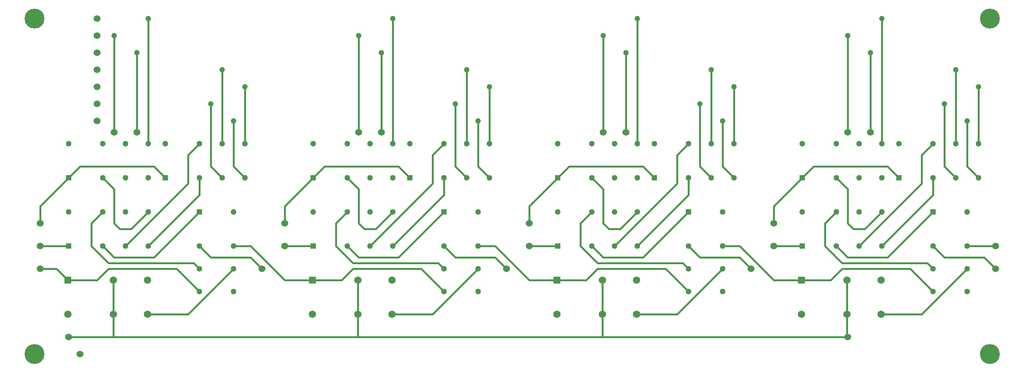
<source format=gbr>
G04 EasyPC Gerber Version 21.0.3 Build 4286 *
G04 #@! TF.Part,Single*
G04 #@! TF.FileFunction,Copper,L2,Bot *
G04 #@! TF.FilePolarity,Positive *
%FSLAX35Y35*%
%MOIN*%
G04 #@! TA.AperFunction,ComponentPad*
%ADD15R,0.05118X0.05118*%
%ADD18R,0.06496X0.06496*%
G04 #@! TD.AperFunction*
%ADD19C,0.01500*%
G04 #@! TA.AperFunction,ViaPad*
%ADD26C,0.04800*%
G04 #@! TA.AperFunction,ComponentPad*
%ADD16C,0.05118*%
G04 #@! TA.AperFunction,WasherPad*
%ADD13C,0.06000*%
G04 #@! TA.AperFunction,ComponentPad*
%ADD17C,0.06496*%
G04 #@! TA.AperFunction,WasherPad*
%ADD14C,0.17500*%
X0Y0D02*
D02*
D13*
X25250Y95250D03*
Y115250D03*
Y135250D03*
X50250Y35250D03*
X60250Y20250D03*
X75250Y225250D03*
Y240250D03*
Y255250D03*
Y270250D03*
Y285250D03*
Y300250D03*
Y315250D03*
X90250Y215250D03*
X110250D03*
X220250Y95250D03*
X240250Y115250D03*
Y135250D03*
X305250Y215250D03*
X325250D03*
X435250Y95250D03*
X455250Y115250D03*
Y135250D03*
X520250Y215250D03*
X540250D03*
X650250Y95250D03*
X670250Y115250D03*
Y135250D03*
X735250Y35250D03*
Y215250D03*
X755250D03*
X865250Y95250D03*
Y115250D03*
D02*
D14*
X20250Y20250D03*
Y315250D03*
X860250Y20250D03*
Y315250D03*
D02*
D15*
X50250Y115250D03*
Y175250D03*
X135250D03*
X165250Y145250D03*
X265250Y115250D03*
Y175250D03*
X350250D03*
X380250Y145250D03*
X480250Y115250D03*
Y175250D03*
X565250D03*
X595250Y145250D03*
X695250Y115250D03*
Y175250D03*
X780250D03*
X810250Y145250D03*
D02*
D16*
X50250D03*
Y205250D03*
X80250Y115250D03*
Y145250D03*
Y175250D03*
Y205250D03*
X100250Y115250D03*
Y145250D03*
Y175250D03*
Y205250D03*
X120250Y115250D03*
Y145250D03*
Y175250D03*
Y205250D03*
X135250D03*
X165250Y75250D03*
Y95250D03*
Y115250D03*
Y175250D03*
Y205250D03*
X185250Y175250D03*
Y205250D03*
X195250Y75250D03*
Y95250D03*
Y115250D03*
Y145250D03*
X205250Y175250D03*
Y205250D03*
X265250Y145250D03*
Y205250D03*
X295250Y115250D03*
Y145250D03*
Y175250D03*
Y205250D03*
X315250Y115250D03*
Y145250D03*
Y175250D03*
Y205250D03*
X335250Y115250D03*
Y145250D03*
Y175250D03*
Y205250D03*
X350250D03*
X380250Y75250D03*
Y95250D03*
Y115250D03*
Y175250D03*
Y205250D03*
X400250Y175250D03*
Y205250D03*
X410250Y75250D03*
Y95250D03*
Y115250D03*
Y145250D03*
X420250Y175250D03*
Y205250D03*
X480250Y145250D03*
Y205250D03*
X510250Y115250D03*
Y145250D03*
Y175250D03*
Y205250D03*
X530250Y115250D03*
Y145250D03*
Y175250D03*
Y205250D03*
X550250Y115250D03*
Y145250D03*
Y175250D03*
Y205250D03*
X565250D03*
X595250Y75250D03*
Y95250D03*
Y115250D03*
Y175250D03*
Y205250D03*
X615250Y175250D03*
Y205250D03*
X625250Y75250D03*
Y95250D03*
Y115250D03*
Y145250D03*
X635250Y175250D03*
Y205250D03*
X695250Y145250D03*
Y205250D03*
X725250Y115250D03*
Y145250D03*
Y175250D03*
Y205250D03*
X745250Y115250D03*
Y145250D03*
Y175250D03*
Y205250D03*
X765250Y115250D03*
Y145250D03*
Y175250D03*
Y205250D03*
X780250D03*
X810250Y75250D03*
Y95250D03*
Y115250D03*
Y175250D03*
Y205250D03*
X830250Y175250D03*
Y205250D03*
X840250Y75250D03*
Y95250D03*
Y115250D03*
Y145250D03*
X850250Y175250D03*
Y205250D03*
D02*
D17*
X49581Y55250D03*
X89581D03*
Y85250D03*
X119581Y55250D03*
Y85250D03*
X264581Y55250D03*
X304581D03*
Y85250D03*
X334581Y55250D03*
Y85250D03*
X479581Y55250D03*
X519581D03*
Y85250D03*
X549581Y55250D03*
Y85250D03*
X694581Y55250D03*
X734581D03*
Y85250D03*
X764581Y55250D03*
Y85250D03*
D02*
D18*
X49581D03*
X264581D03*
X479581D03*
X694581D03*
D02*
D19*
X25250Y95250D02*
X39581D01*
X49581Y85250*
X25250Y135250D02*
Y150250D01*
X50250Y175250*
X49581Y85250D02*
X75250D01*
X85250Y95250*
X145250*
X165250Y75250*
X50250Y115250D02*
X25250D01*
X50250Y175250D02*
X60250Y185250D01*
X125250*
X135250Y175250*
X80250Y115250D02*
X90250Y105250D01*
X125250*
X165250Y145250*
X80250Y175250D02*
X90250Y165250D01*
Y135250*
X95250Y130250*
X105250*
X120250Y145250*
X85250Y100250D02*
X160250D01*
X165250Y95250*
X85250Y100250D02*
X70250Y115250D01*
Y135250*
X80250Y145250*
X89581Y35250D02*
X50250D01*
X89581Y55250D02*
Y35250D01*
Y85250D02*
Y55250D01*
X90250Y215250D02*
Y300250D01*
X100250Y115250D02*
X155250Y170250D01*
Y195250*
X165250Y205250*
X110250Y215250D02*
Y285250D01*
X119581Y55250D02*
X155250D01*
X195250Y95250*
X120250Y205250D02*
Y315250D01*
X165250Y115250D02*
X175250Y105250D01*
X210250*
X220250Y95250*
X165250Y175250D02*
Y160250D01*
X120250Y115250*
X185250Y175250D02*
X175250Y185250D01*
Y240250*
X185250Y205250D02*
Y270250D01*
X195250Y115250D02*
X210250D01*
X240250Y85250*
X264581*
X195250Y225250D02*
Y185250D01*
X205250Y175250*
Y205250D02*
Y255250D01*
X240250Y135250D02*
Y150250D01*
X265250Y175250*
X264581Y85250D02*
X290250D01*
X300250Y95250*
X360250*
X380250Y75250*
X265250Y115250D02*
X240250D01*
X265250Y175250D02*
X275250Y185250D01*
X340250*
X350250Y175250*
X295250Y115250D02*
X305250Y105250D01*
X340250*
X380250Y145250*
X295250Y175250D02*
X305250Y165250D01*
Y135250*
X310250Y130250*
X320250*
X335250Y145250*
X300250Y100250D02*
X375250D01*
X380250Y95250*
X300250Y100250D02*
X285250Y115250D01*
Y135250*
X295250Y145250*
X304581Y35250D02*
X89581D01*
X304581D02*
X519581D01*
X304581Y55250D02*
Y35250D01*
Y85250D02*
Y55250D01*
X305250Y215250D02*
Y300250D01*
X315250Y115250D02*
X370250Y170250D01*
Y195250*
X380250Y205250*
X325250Y215250D02*
Y285250D01*
X334581Y55250D02*
X370250D01*
X410250Y95250*
X335250Y205250D02*
Y315250D01*
X380250Y115250D02*
X390250Y105250D01*
X425250*
X435250Y95250*
X380250Y175250D02*
Y160250D01*
X335250Y115250*
X400250Y175250D02*
X390250Y185250D01*
Y240250*
X400250Y205250D02*
Y270250D01*
X420250Y175250D02*
X410250Y185250D01*
Y225250*
X420250Y205250D02*
Y255250D01*
X455250Y135250D02*
Y150250D01*
X480250Y175250*
X479581Y85250D02*
X455250D01*
X425250Y115250*
X410250*
X479581Y85250D02*
X505250D01*
X515250Y95250*
X575250*
X595250Y75250*
X480250Y115250D02*
X455250D01*
X480250Y175250D02*
X490250Y185250D01*
X555250*
X565250Y175250*
X510250Y115250D02*
X520250Y105250D01*
X555250*
X595250Y145250*
X510250Y175250D02*
X520250Y165250D01*
Y135250*
X525250Y130250*
X535250*
X550250Y145250*
X515250Y100250D02*
X590250D01*
X595250Y95250*
X515250Y100250D02*
X500250Y115250D01*
Y135250*
X510250Y145250*
X519581Y35250D02*
X735250D01*
X519581Y55250D02*
Y35250D01*
Y85250D02*
Y55250D01*
X520250Y215250D02*
Y300250D01*
X530250Y115250D02*
X585250Y170250D01*
Y195250*
X595250Y205250*
X540250Y215250D02*
Y285250D01*
X549581Y55250D02*
X585250D01*
X625250Y95250*
X550250Y205250D02*
Y315250D01*
X595250Y115250D02*
X605250Y105250D01*
X640250*
X650250Y95250*
X595250Y175250D02*
Y160250D01*
X550250Y115250*
X615250Y175250D02*
X605250Y185250D01*
Y240250*
X615250Y205250D02*
Y270250D01*
X625250Y115250D02*
X640250D01*
X670250Y85250*
X694581*
X635250Y175250D02*
X625250Y185250D01*
Y225250*
X635250Y205250D02*
Y255250D01*
X670250Y135250D02*
Y150250D01*
X695250Y175250*
X694581Y85250D02*
X720250D01*
X730250Y95250*
X790250*
X810250Y75250*
X695250Y115250D02*
X670250D01*
X695250Y175250D02*
X705250Y185250D01*
X770250*
X780250Y175250*
X725250Y115250D02*
X735250Y105250D01*
X770250*
X810250Y145250*
X725250Y175250D02*
X735250Y165250D01*
Y135250*
X740250Y130250*
X750250*
X765250Y145250*
X730250Y100250D02*
X805250D01*
X810250Y95250*
X730250Y100250D02*
X715250Y115250D01*
Y135250*
X725250Y145250*
X734581Y55250D02*
Y35919D01*
X735250Y35250*
X734581Y85250D02*
Y55250D01*
X735250Y215250D02*
Y300250D01*
X745250Y115250D02*
X800250Y170250D01*
Y195250*
X810250Y205250*
X755250Y215250D02*
Y285250D01*
X764581Y55250D02*
X800250D01*
X840250Y95250*
X765250Y205250D02*
Y315250D01*
X810250Y115250D02*
X820250Y105250D01*
X855250*
X865250Y95250*
X810250Y175250D02*
Y160250D01*
X765250Y115250*
X830250Y175250D02*
X820250Y185250D01*
Y240250*
X830250Y205250D02*
Y270250D01*
X840250Y115250D02*
X865250D01*
X850250Y175250D02*
X840250Y185250D01*
Y225250*
X850250Y205250D02*
Y255250D01*
D02*
D26*
X90250Y300250D03*
X110250Y285250D03*
X120250Y315250D03*
X175250Y240250D03*
X185250Y270250D03*
X195250Y225250D03*
X205250Y255250D03*
X305250Y300250D03*
X325250Y285250D03*
X335250Y315250D03*
X390250Y240250D03*
X400250Y270250D03*
X410250Y225250D03*
X420250Y255250D03*
X520250Y300250D03*
X540250Y285250D03*
X550250Y315250D03*
X605250Y240250D03*
X615250Y270250D03*
X625250Y225250D03*
X635250Y255250D03*
X735250Y300250D03*
X755250Y285250D03*
X765250Y315250D03*
X820250Y240250D03*
X830250Y270250D03*
X840250Y225250D03*
X850250Y255250D03*
X0Y0D02*
M02*

</source>
